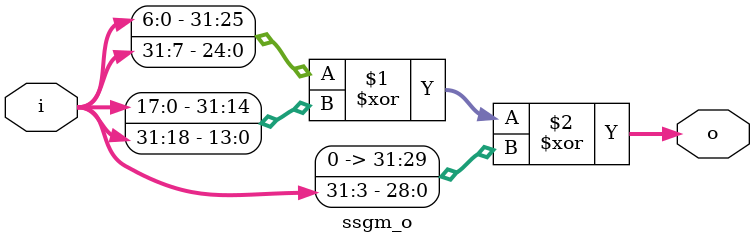
<source format=v>
module ssgm_o(
	input [31:0]i,
	output [31:0]o
);
assign o = {i[6:0],i[31:7]}^{i[17:0],i[31:18]}^{3'b000,i[31:3]};
endmodule

</source>
